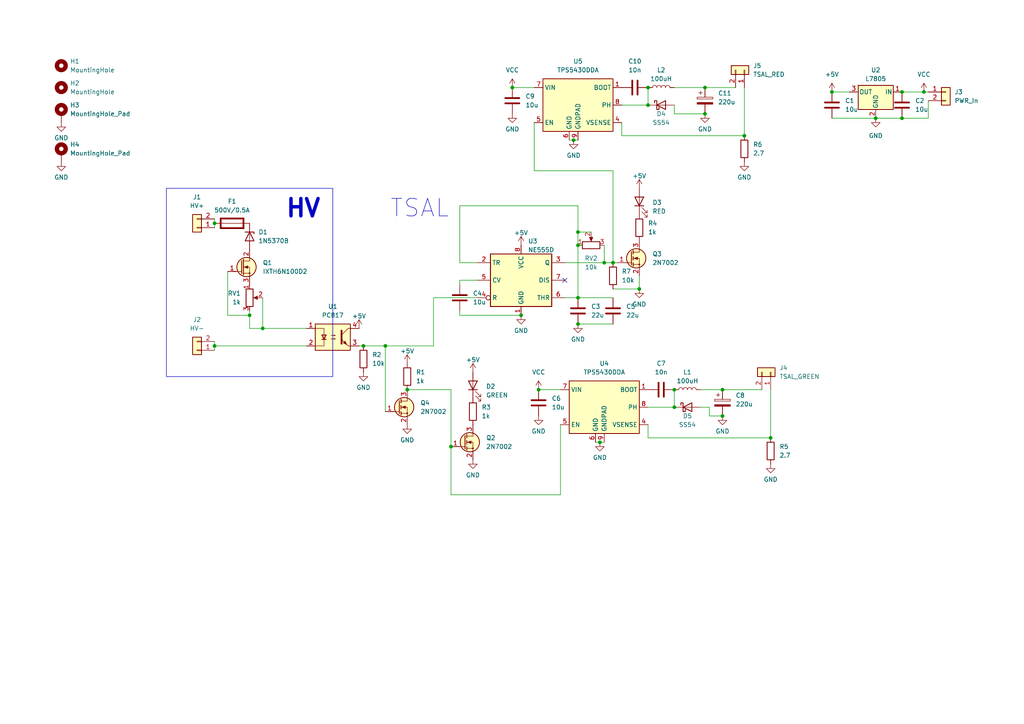
<source format=kicad_sch>
(kicad_sch (version 20231120) (generator "eeschema") (generator_version "8.0")
  (paper "A4")
  (lib_symbols
    (symbol "Connector_Generic:Conn_01x02" (pin_names (offset 1.016) hide)
      (property "Reference" "J" (at 0 2.54 0))
      (property "Value" "Conn_01x02" (at 0 -5.08 0))
      (symbol "Conn_01x02_1_1"
        (rectangle (start -1.27 -2.413) (end 0 -2.667) (stroke (width 0.1524)))
        (rectangle (start -1.27 0.127) (end 0 -0.127) (stroke (width 0.1524)))
        (rectangle (start -1.27 1.27) (end 1.27 -3.81) (stroke (width 0.254)) (fill (type background)))
        (pin passive line (at -5.08 0 0) (length 3.81) (name "Pin_1") (number "1"))
        (pin passive line (at -5.08 -2.54 0) (length 3.81) (name "Pin_2") (number "2"))
      )
    )
    (symbol "Device:C" (pin_numbers hide) (pin_names (offset 0.254))
      (property "Reference" "C" (at 0.635 2.54 0))
      (property "Value" "C" (at 0.635 -2.54 0))
      (symbol "C_0_1"
        (polyline (pts (xy -2.032 -0.762) (xy 2.032 -0.762)) (stroke (width 0.508)))
        (polyline (pts (xy -2.032 0.762) (xy 2.032 0.762)) (stroke (width 0.508)))
      )
      (symbol "C_1_1"
        (pin passive line (at 0 3.81 270) (length 2.794) (name "~") (number "1"))
        (pin passive line (at 0 -3.81 90) (length 2.794) (name "~") (number "2"))
      )
    )
    (symbol "Device:C_Polarized" (pin_numbers hide) (pin_names (offset 0.254))
      (property "Reference" "C" (at 0.635 2.54 0))
      (property "Value" "C_Polarized" (at 0.635 -2.54 0))
      (symbol "C_Polarized_0_1"
        (rectangle (start -2.286 0.508) (end 2.286 1.016))
        (polyline (pts (xy -1.778 2.286) (xy -0.762 2.286)))
        (polyline (pts (xy -1.27 2.794) (xy -1.27 1.778)))
        (rectangle (start 2.286 -0.508) (end -2.286 -1.016) (fill (type outline)))
      )
      (symbol "C_Polarized_1_1"
        (pin passive line (at 0 3.81 270) (length 2.794) (name "~") (number "1"))
        (pin passive line (at 0 -3.81 90) (length 2.794) (name "~") (number "2"))
      )
    )
    (symbol "Device:D_Schottky" (pin_numbers hide) (pin_names (offset 1.016) hide)
      (property "Reference" "D" (at 0 2.54 0))
      (property "Value" "D_Schottky" (at 0 -2.54 0))
      (symbol "D_Schottky_0_1"
        (polyline (pts (xy 1.27 0) (xy -1.27 0)))
        (polyline (pts (xy 1.27 1.27) (xy 1.27 -1.27) (xy -1.27 0) (xy 1.27 1.27)) (stroke (width 0.254)))
        (polyline (pts (xy -1.905 0.635) (xy -1.905 1.27) (xy -1.27 1.27) (xy -1.27 -1.27) (xy -0.635 -1.27) (xy -0.635 -0.635)) (stroke (width 0.254)))
      )
      (symbol "D_Schottky_1_1"
        (pin passive line (at -3.81 0 0) (length 2.54) (name "K") (number "1"))
        (pin passive line (at 3.81 0 180) (length 2.54) (name "A") (number "2"))
      )
    )
    (symbol "Device:L" (pin_numbers hide) (pin_names (offset 1.016) hide)
      (property "Reference" "L" (at -1.27 0 90))
      (property "Value" "L" (at 1.905 0 90))
      (symbol "L_0_1"
        (arc (start 0 -2.54) (mid 0.6323 -1.905) (end 0 -1.27))
        (arc (start 0 -1.27) (mid 0.6323 -0.635) (end 0 0))
        (arc (start 0 0) (mid 0.6323 0.635) (end 0 1.27))
        (arc (start 0 1.27) (mid 0.6323 1.905) (end 0 2.54))
      )
      (symbol "L_1_1"
        (pin passive line (at 0 3.81 270) (length 1.27) (name "1") (number "1"))
        (pin passive line (at 0 -3.81 90) (length 1.27) (name "2") (number "2"))
      )
    )
    (symbol "Device:LED" (pin_numbers hide) (pin_names (offset 1.016) hide)
      (property "Reference" "D" (at 0 2.54 0))
      (property "Value" "LED" (at 0 -2.54 0))
      (symbol "LED_0_1"
        (polyline (pts (xy -1.27 -1.27) (xy -1.27 1.27)) (stroke (width 0.254)))
        (polyline (pts (xy -1.27 0) (xy 1.27 0)))
        (polyline (pts (xy 1.27 -1.27) (xy 1.27 1.27) (xy -1.27 0) (xy 1.27 -1.27)) (stroke (width 0.254)))
        (polyline (pts (xy -3.048 -0.762) (xy -4.572 -2.286) (xy -3.81 -2.286) (xy -4.572 -2.286) (xy -4.572 -1.524)))
        (polyline (pts (xy -1.778 -0.762) (xy -3.302 -2.286) (xy -2.54 -2.286) (xy -3.302 -2.286) (xy -3.302 -1.524)))
      )
      (symbol "LED_1_1"
        (pin passive line (at -3.81 0 0) (length 2.54) (name "K") (number "1"))
        (pin passive line (at 3.81 0 180) (length 2.54) (name "A") (number "2"))
      )
    )
    (symbol "Device:R" (pin_numbers hide) (pin_names (offset 0))
      (property "Reference" "R" (at 2.032 0 90))
      (property "Value" "R" (at 0 0 90))
      (symbol "R_0_1"
        (rectangle (start -1.016 -2.54) (end 1.016 2.54) (stroke (width 0.254)))
      )
      (symbol "R_1_1"
        (pin passive line (at 0 3.81 270) (length 1.27) (name "~") (number "1"))
        (pin passive line (at 0 -3.81 90) (length 1.27) (name "~") (number "2"))
      )
    )
    (symbol "Device:R_Potentiometer" (pin_names (offset 1.016) hide)
      (property "Reference" "RV" (at -4.445 0 90))
      (property "Value" "R_Potentiometer" (at -2.54 0 90))
      (symbol "R_Potentiometer_0_1"
        (polyline (pts (xy 2.54 0) (xy 1.524 0)))
        (polyline (pts (xy 1.143 0) (xy 2.286 0.508) (xy 2.286 -0.508) (xy 1.143 0)) (fill (type outline)))
        (rectangle (start 1.016 2.54) (end -1.016 -2.54) (stroke (width 0.254)))
      )
      (symbol "R_Potentiometer_1_1"
        (pin passive line (at 0 3.81 270) (length 1.27) (name "1") (number "1"))
        (pin passive line (at 3.81 0 180) (length 1.27) (name "2") (number "2"))
        (pin passive line (at 0 -3.81 90) (length 1.27) (name "3") (number "3"))
      )
    )
    (symbol "Diode:1N53xxB" (pin_numbers hide) (pin_names hide)
      (property "Reference" "D" (at 0 2.54 0))
      (property "Value" "1N53xxB" (at 0 -2.54 0))
      (symbol "1N53xxB_0_1"
        (polyline (pts (xy 1.27 0) (xy -1.27 0)))
        (polyline (pts (xy -1.27 -1.27) (xy -1.27 1.27) (xy -0.762 1.27)) (stroke (width 0.254)))
        (polyline (pts (xy 1.27 -1.27) (xy 1.27 1.27) (xy -1.27 0) (xy 1.27 -1.27)) (stroke (width 0.254)))
      )
      (symbol "1N53xxB_1_1"
        (pin passive line (at -3.81 0 0) (length 2.54) (name "K") (number "1"))
        (pin passive line (at 3.81 0 180) (length 2.54) (name "A") (number "2"))
      )
    )
    (symbol "Isolator:PC817" (pin_names (offset 1.016))
      (property "Reference" "U" (at -5.08 5.08 0))
      (property "Value" "PC817" (at 0 5.08 0))
      (symbol "PC817_0_1"
        (rectangle (start -5.08 3.81) (end 5.08 -3.81) (stroke (width 0.254)) (fill (type background)))
        (polyline (pts (xy -3.175 -0.635) (xy -1.905 -0.635)) (stroke (width 0.254)))
        (polyline (pts (xy 2.54 0.635) (xy 4.445 2.54)))
        (polyline (pts (xy 4.445 -2.54) (xy 2.54 -0.635)) (fill (type outline)))
        (polyline (pts (xy 4.445 -2.54) (xy 5.08 -2.54)))
        (polyline (pts (xy 4.445 2.54) (xy 5.08 2.54)))
        (polyline (pts (xy -5.08 2.54) (xy -2.54 2.54) (xy -2.54 -0.635)))
        (polyline (pts (xy -2.54 -0.635) (xy -2.54 -2.54) (xy -5.08 -2.54)))
        (polyline (pts (xy 2.54 1.905) (xy 2.54 -1.905) (xy 2.54 -1.905)) (stroke (width 0.508)))
        (polyline (pts (xy -2.54 -0.635) (xy -3.175 0.635) (xy -1.905 0.635) (xy -2.54 -0.635)) (stroke (width 0.254)))
        (polyline (pts (xy -0.508 -0.508) (xy 0.762 -0.508) (xy 0.381 -0.635) (xy 0.381 -0.381) (xy 0.762 -0.508)))
        (polyline (pts (xy -0.508 0.508) (xy 0.762 0.508) (xy 0.381 0.381) (xy 0.381 0.635) (xy 0.762 0.508)))
        (polyline (pts (xy 3.048 -1.651) (xy 3.556 -1.143) (xy 4.064 -2.159) (xy 3.048 -1.651) (xy 3.048 -1.651)) (fill (type outline)))
      )
      (symbol "PC817_1_1"
        (pin passive line (at -7.62 2.54 0) (length 2.54) (name "~") (number "1"))
        (pin passive line (at -7.62 -2.54 0) (length 2.54) (name "~") (number "2"))
        (pin passive line (at 7.62 -2.54 180) (length 2.54) (name "~") (number "3"))
        (pin passive line (at 7.62 2.54 180) (length 2.54) (name "~") (number "4"))
      )
    )
    (symbol "Mechanical:MountingHole" (pin_names (offset 1.016))
      (property "Reference" "H" (at 0 5.08 0))
      (property "Value" "MountingHole" (at 0 3.175 0))
      (symbol "MountingHole_0_1"
        (circle (center 0 0) (radius 1.27) (stroke (width 1.27)))
      )
    )
    (symbol "Mechanical:MountingHole_Pad" (pin_numbers hide) (pin_names (offset 1.016) hide)
      (property "Reference" "H" (at 0 6.35 0))
      (property "Value" "MountingHole_Pad" (at 0 4.445 0))
      (symbol "MountingHole_Pad_0_1"
        (circle (center 0 1.27) (radius 1.27) (stroke (width 1.27)))
      )
      (symbol "MountingHole_Pad_1_1"
        (pin input line (at 0 -2.54 90) (length 2.54) (name "1") (number "1"))
      )
    )
    (symbol "PCM_Elektuur:F" (pin_numbers hide) (pin_names (offset 0) hide)
      (property "Reference" "F" (at 2.54 3.175 0))
      (property "Value" "F" (at 2.54 -3.175 0))
      (symbol "F_1_0"
        (polyline (pts (xy 0 3.429) (xy 0 -3.429)))
        (pin passive line (at 0 5.08 270) (length 1.651) (name "+") (number "1"))
        (pin passive line (at 0 -5.08 90) (length 1.651) (name "-") (number "2"))
      )
      (symbol "F_1_1"
        (polyline (pts (xy -1.524 -3.429) (xy 1.524 -3.429) (xy 1.524 3.429) (xy -1.524 3.429) (xy -1.524 -3.429) (xy -1.27 -3.175) (xy -1.27 3.175) (xy 1.27 3.175) (xy 1.27 -3.175) (xy -1.27 -3.175) (xy -1.524 -3.429)) (stroke (width 0.254)) (fill (type outline)))
      )
      (symbol "F_1_2"
        (polyline (pts (xy -1.524 -3.429) (xy 1.524 -3.429) (xy 1.524 3.429) (xy -1.524 3.429) (xy -1.524 -3.429) (xy -1.27 -3.175) (xy -1.27 2.667) (xy 1.27 2.667) (xy 1.27 -3.175) (xy -1.27 -3.175) (xy -1.524 -3.429)) (stroke (width 0.254)) (fill (type outline)))
      )
    )
    (symbol "PCM_Transistor_MOSFET_AKL:2N7002" (pin_names hide)
      (property "Reference" "Q" (at 5.08 1.27 0))
      (property "Value" "2N7002" (at 5.08 -1.27 0))
      (symbol "2N7002_0_1"
        (polyline (pts (xy 0.254 -1.27) (xy -2.54 -1.27)))
        (polyline (pts (xy 0.254 1.905) (xy 0.254 -1.905)) (stroke (width 0.254)))
        (polyline (pts (xy 0.762 -1.778) (xy 2.54 -1.778)))
        (polyline (pts (xy 0.762 -1.27) (xy 0.762 -2.286)) (stroke (width 0.254)))
        (polyline (pts (xy 0.762 0.508) (xy 0.762 -0.508)) (stroke (width 0.254)))
        (polyline (pts (xy 0.762 2.286) (xy 0.762 1.27)) (stroke (width 0.254)))
        (polyline (pts (xy 2.54 1.778) (xy 0.762 1.778)))
        (polyline (pts (xy 2.54 2.54) (xy 2.54 1.778)))
        (polyline (pts (xy 2.54 -2.54) (xy 2.54 0) (xy 0.762 0)))
        (polyline (pts (xy 1.016 0) (xy 2.032 0.381) (xy 2.032 -0.381) (xy 1.016 0)) (fill (type outline)))
        (circle (center 1.651 0) (radius 2.794) (stroke (width 0.254)) (fill (type background)))
        (circle (center 2.54 -1.778) (radius 0.1778) (fill (type outline)))
      )
      (symbol "2N7002_1_1"
        (pin input line (at -3.81 -1.27 0) (length 2.54) (name "G") (number "1"))
        (pin passive line (at 2.54 -5.08 90) (length 2.54) (name "S") (number "2"))
        (pin passive line (at 2.54 5.08 270) (length 2.54) (name "D") (number "3"))
      )
    )
    (symbol "PCM_Transistor_MOSFET_AKL:IXTH6N100D2" (pin_names hide)
      (property "Reference" "Q" (at 5.08 1.27 0))
      (property "Value" "IXTH6N100D2" (at 5.08 -1.27 0))
      (symbol "IXTH6N100D2_0_1"
        (polyline (pts (xy 0.254 -1.27) (xy -2.54 -1.27)))
        (polyline (pts (xy 0.254 1.905) (xy 0.254 -1.905)) (stroke (width 0.254)))
        (polyline (pts (xy 0.762 -2.286) (xy 0.762 2.286)) (stroke (width 0.254)))
        (polyline (pts (xy 0.762 -1.778) (xy 2.54 -1.778)))
        (polyline (pts (xy 2.54 1.778) (xy 0.762 1.778)))
        (polyline (pts (xy 2.54 2.54) (xy 2.54 1.778)))
        (polyline (pts (xy 2.54 -2.54) (xy 2.54 0) (xy 0.762 0)))
        (polyline (pts (xy 1.016 0) (xy 2.032 0.381) (xy 2.032 -0.381) (xy 1.016 0)) (fill (type outline)))
        (circle (center 1.651 0) (radius 2.794) (stroke (width 0.254)) (fill (type background)))
        (circle (center 2.54 -1.778) (radius 0.1778) (fill (type outline)))
      )
      (symbol "IXTH6N100D2_1_1"
        (pin input line (at -3.81 -1.27 0) (length 2.54) (name "G") (number "1"))
        (pin passive line (at 2.54 5.08 270) (length 2.54) (name "D") (number "2"))
        (pin passive line (at 2.54 -5.08 90) (length 2.54) (name "S") (number "3"))
      )
    )
    (symbol "Regulator_Linear:L7805" (pin_names (offset 0.254))
      (property "Reference" "U" (at -3.81 3.175 0))
      (property "Value" "L7805" (at 0 3.175 0))
      (symbol "L7805_0_1"
        (rectangle (start -5.08 1.905) (end 5.08 -5.08) (stroke (width 0.254)) (fill (type background)))
      )
      (symbol "L7805_1_1"
        (pin power_in line (at -7.62 0 0) (length 2.54) (name "IN") (number "1"))
        (pin power_in line (at 0 -7.62 90) (length 2.54) (name "GND") (number "2"))
        (pin power_out line (at 7.62 0 180) (length 2.54) (name "OUT") (number "3"))
      )
    )
    (symbol "Regulator_Switching:TPS5430DDA"
      (property "Reference" "U" (at -10.16 8.89 0))
      (property "Value" "TPS5430DDA" (at -1.27 8.89 0))
      (symbol "TPS5430DDA_0_1"
        (rectangle (start -10.16 7.62) (end 10.16 -7.62) (stroke (width 0.254)) (fill (type background)))
      )
      (symbol "TPS5430DDA_1_1"
        (pin input line (at 12.7 5.08 180) (length 2.54) (name "BOOT") (number "1"))
        (pin no_connect line (at -10.16 2.54 0) (length 2.54) hide (name "NC") (number "2"))
        (pin no_connect line (at -10.16 -2.54 0) (length 2.54) hide (name "NC") (number "3"))
        (pin input line (at 12.7 -5.08 180) (length 2.54) (name "VSENSE") (number "4"))
        (pin input line (at -12.7 -5.08 0) (length 2.54) (name "EN") (number "5"))
        (pin power_in line (at -2.54 -10.16 90) (length 2.54) (name "GND") (number "6"))
        (pin power_in line (at -12.7 5.08 0) (length 2.54) (name "VIN") (number "7"))
        (pin output line (at 12.7 0 180) (length 2.54) (name "PH") (number "8"))
        (pin power_in line (at 0 -10.16 90) (length 2.54) (name "GNDPAD") (number "9"))
      )
    )
    (symbol "Timer:NE555D"
      (property "Reference" "U" (at -10.16 8.89 0))
      (property "Value" "NE555D" (at 2.54 8.89 0))
      (symbol "NE555D_0_0"
        (pin power_in line (at 0 -10.16 90) (length 2.54) (name "GND") (number "1"))
        (pin power_in line (at 0 10.16 270) (length 2.54) (name "VCC") (number "8"))
      )
      (symbol "NE555D_0_1"
        (rectangle (start -8.89 -7.62) (end 8.89 7.62) (stroke (width 0.254)) (fill (type background)))
        (rectangle (start -8.89 -7.62) (end 8.89 7.62) (stroke (width 0.254)) (fill (type background)))
      )
      (symbol "NE555D_1_1"
        (pin input line (at -12.7 5.08 0) (length 3.81) (name "TR") (number "2"))
        (pin output line (at 12.7 5.08 180) (length 3.81) (name "Q") (number "3"))
        (pin input inverted (at -12.7 -5.08 0) (length 3.81) (name "R") (number "4"))
        (pin input line (at -12.7 0 0) (length 3.81) (name "CV") (number "5"))
        (pin input line (at 12.7 -5.08 180) (length 3.81) (name "THR") (number "6"))
        (pin input line (at 12.7 0 180) (length 3.81) (name "DIS") (number "7"))
      )
    )
    (symbol "power:+5V" (power) (pin_names (offset 0))
      (property "Value" "+5V" (at 0 3.556 0))
      (symbol "+5V_0_1"
        (polyline (pts (xy -0.762 1.27) (xy 0 2.54)))
        (polyline (pts (xy 0 0) (xy 0 2.54)))
        (polyline (pts (xy 0 2.54) (xy 0.762 1.27)))
      )
      (symbol "+5V_1_1"
        (pin power_in line (at 0 0 90) (length 0) hide (name "+5V") (number "1"))
      )
    )
    (symbol "power:GND" (power) (pin_names (offset 0))
      (property "Value" "GND" (at 0 -3.81 0))
      (symbol "GND_0_1"
        (polyline (pts (xy 0 0) (xy 0 -1.27) (xy 1.27 -1.27) (xy 0 -2.54) (xy -1.27 -1.27) (xy 0 -1.27)))
      )
      (symbol "GND_1_1"
        (pin power_in line (at 0 0 270) (length 0) hide (name "GND") (number "1"))
      )
    )
    (symbol "power:VCC" (power) (pin_names (offset 0))
      (property "Value" "VCC" (at 0 3.81 0))
      (symbol "VCC_0_1"
        (polyline (pts (xy -0.762 1.27) (xy 0 2.54)))
        (polyline (pts (xy 0 0) (xy 0 2.54)))
        (polyline (pts (xy 0 2.54) (xy 0.762 1.27)))
      )
      (symbol "VCC_1_1"
        (pin power_in line (at 0 0 90) (length 0) hide (name "VCC") (number "1"))
      )
    )
  )
  (junction (at 215.9 39.37))
  (junction (at 148.59 25.4))
  (junction (at 241.3 26.67))
  (junction (at 167.64 86.36))
  (junction (at 209.55 120.65))
  (junction (at 167.64 67.31))
  (junction (at 204.47 33.02))
  (junction (at 166.37 40.64))
  (junction (at 62.23 64.77))
  (junction (at 204.47 25.4))
  (junction (at 130.81 129.54))
  (junction (at 209.55 113.03))
  (junction (at 105.41 100.33))
  (junction (at 76.2 95.25))
  (junction (at 177.8 76.2))
  (junction (at 261.62 34.29))
  (junction (at 195.58 113.03))
  (junction (at 167.64 71.12))
  (junction (at 151.13 91.44))
  (junction (at 156.21 113.03))
  (junction (at 261.62 26.67))
  (junction (at 118.11 113.03))
  (junction (at 267.97 26.67))
  (junction (at 173.99 128.27))
  (junction (at 62.23 100.33))
  (junction (at 175.26 76.2))
  (junction (at 223.52 127))
  (junction (at 185.42 83.82))
  (junction (at 111.76 100.33))
  (junction (at 254 34.29))
  (junction (at 72.39 91.44))
  (junction (at 167.64 93.98))
  (junction (at 187.96 30.48))
  (junction (at 195.58 118.11))
  (junction (at 187.96 25.4))
  (no_connect (at 163.83 81.28))
  (wire (pts (xy 72.39 90.17) (xy 72.39 91.44)))
  (wire (pts (xy 105.41 100.33) (xy 111.76 100.33)))
  (wire (pts (xy 167.64 59.69) (xy 167.64 67.31)))
  (wire (pts (xy 261.62 26.67) (xy 267.97 26.67)))
  (wire (pts (xy 130.81 129.54) (xy 130.81 143.51)))
  (wire (pts (xy 203.2 113.03) (xy 209.55 113.03)))
  (wire (pts (xy 187.96 127) (xy 187.96 123.19)))
  (wire (pts (xy 241.3 34.29) (xy 254 34.29)))
  (wire (pts (xy 154.94 49.53) (xy 154.94 35.56)))
  (wire (pts (xy 62.23 100.33) (xy 88.9 100.33)))
  (wire (pts (xy 156.21 113.03) (xy 162.56 113.03)))
  (wire (pts (xy 76.2 95.25) (xy 88.9 95.25)))
  (wire (pts (xy 173.99 128.27) (xy 175.26 128.27)))
  (wire (pts (xy 133.35 91.44) (xy 151.13 91.44)))
  (wire (pts (xy 267.97 26.67) (xy 269.24 26.67)))
  (wire (pts (xy 187.96 118.11) (xy 195.58 118.11)))
  (wire (pts (xy 177.8 76.2) (xy 177.8 49.53)))
  (wire (pts (xy 66.04 78.74) (xy 66.04 91.44)))
  (wire (pts (xy 125.73 86.36) (xy 138.43 86.36)))
  (wire (pts (xy 125.73 100.33) (xy 125.73 86.36)))
  (wire (pts (xy 205.74 118.11) (xy 205.74 120.65)))
  (wire (pts (xy 223.52 113.03) (xy 223.52 127)))
  (wire (pts (xy 175.26 71.12) (xy 175.26 76.2)))
  (wire (pts (xy 62.23 64.77) (xy 62.23 66.04)))
  (wire (pts (xy 180.34 30.48) (xy 187.96 30.48)))
  (wire (pts (xy 166.37 40.64) (xy 167.64 40.64)))
  (wire (pts (xy 133.35 90.17) (xy 133.35 91.44)))
  (wire (pts (xy 204.47 25.4) (xy 213.36 25.4)))
  (wire (pts (xy 175.26 76.2) (xy 163.83 76.2)))
  (wire (pts (xy 133.35 76.2) (xy 133.35 59.69)))
  (wire (pts (xy 66.04 91.44) (xy 72.39 91.44)))
  (wire (pts (xy 167.64 67.31) (xy 167.64 71.12)))
  (wire (pts (xy 172.72 128.27) (xy 173.99 128.27)))
  (wire (pts (xy 195.58 25.4) (xy 204.47 25.4)))
  (wire (pts (xy 177.8 49.53) (xy 154.94 49.53)))
  (wire (pts (xy 62.23 99.06) (xy 62.23 100.33)))
  (wire (pts (xy 130.81 113.03) (xy 130.81 129.54)))
  (wire (pts (xy 177.8 83.82) (xy 185.42 83.82)))
  (wire (pts (xy 209.55 113.03) (xy 220.98 113.03)))
  (wire (pts (xy 111.76 100.33) (xy 125.73 100.33)))
  (wire (pts (xy 167.64 67.31) (xy 171.45 67.31)))
  (wire (pts (xy 133.35 59.69) (xy 167.64 59.69)))
  (wire (pts (xy 138.43 76.2) (xy 133.35 76.2)))
  (wire (pts (xy 185.42 83.82) (xy 185.42 80.01)))
  (wire (pts (xy 76.2 86.36) (xy 76.2 95.25)))
  (wire (pts (xy 180.34 39.37) (xy 215.9 39.37)))
  (wire (pts (xy 167.64 86.36) (xy 177.8 86.36)))
  (wire (pts (xy 203.2 118.11) (xy 205.74 118.11)))
  (wire (pts (xy 148.59 25.4) (xy 154.94 25.4)))
  (wire (pts (xy 133.35 81.28) (xy 133.35 82.55)))
  (wire (pts (xy 195.58 33.02) (xy 204.47 33.02)))
  (wire (pts (xy 269.24 29.21) (xy 269.24 34.29)))
  (wire (pts (xy 195.58 118.11) (xy 195.58 113.03)))
  (wire (pts (xy 269.24 34.29) (xy 261.62 34.29)))
  (wire (pts (xy 72.39 95.25) (xy 76.2 95.25)))
  (wire (pts (xy 261.62 34.29) (xy 254 34.29)))
  (wire (pts (xy 167.64 93.98) (xy 177.8 93.98)))
  (wire (pts (xy 177.8 76.2) (xy 179.07 76.2)))
  (wire (pts (xy 62.23 100.33) (xy 62.23 101.6)))
  (wire (pts (xy 195.58 30.48) (xy 195.58 33.02)))
  (wire (pts (xy 138.43 81.28) (xy 133.35 81.28)))
  (wire (pts (xy 241.3 26.67) (xy 246.38 26.67)))
  (wire (pts (xy 163.83 86.36) (xy 167.64 86.36)))
  (wire (pts (xy 162.56 143.51) (xy 162.56 123.19)))
  (wire (pts (xy 180.34 39.37) (xy 180.34 35.56)))
  (wire (pts (xy 167.64 71.12) (xy 167.64 86.36)))
  (wire (pts (xy 175.26 76.2) (xy 177.8 76.2)))
  (wire (pts (xy 72.39 95.25) (xy 72.39 91.44)))
  (wire (pts (xy 62.23 63.5) (xy 62.23 64.77)))
  (wire (pts (xy 104.14 100.33) (xy 105.41 100.33)))
  (wire (pts (xy 118.11 113.03) (xy 130.81 113.03)))
  (wire (pts (xy 205.74 120.65) (xy 209.55 120.65)))
  (wire (pts (xy 130.81 143.51) (xy 162.56 143.51)))
  (wire (pts (xy 187.96 127) (xy 223.52 127)))
  (wire (pts (xy 187.96 30.48) (xy 187.96 25.4)))
  (wire (pts (xy 215.9 25.4) (xy 215.9 39.37)))
  (wire (pts (xy 111.76 100.33) (xy 111.76 119.38)))
  (wire (pts (xy 165.1 40.64) (xy 166.37 40.64)))
  (rectangle (start 48.26 54.61) (end 96.52 109.22))
  (text "TSAL" (at 113.03 63.5 0) (effects (font (size 5.08 5.08)) (justify left bottom)))
  (text "HV" (at 82.55 63.5 0) (effects (font (size 5 5) (thickness 1) (bold yes)) (justify left bottom)))
  (symbol (lib_id "power:GND") (at 105.41 107.95 0) (unit 1)
    (property "Reference" "#PWR06" (effects (hide yes)))
    (property "Value" "GND" (at 105.41 112.3934 0))
  )
  (symbol (lib_id "Connector_Generic:Conn_01x02") (at 57.15 66.04 180) (unit 1)
    (property "Reference" "J1" (at 57.15 57.15 0))
    (property "Value" "HV+" (at 57.15 59.69 0))
    (property "Footprint" "SamacSys_Parts:DF33C2P33DSA24" (effects (hide yes)))
  )
  (symbol (lib_id "Connector_Generic:Conn_01x02") (at 215.9 20.32 270) (mirror x) (unit 1)
    (property "Reference" "J5" (at 218.44 19.05 90) (effects (justify left)))
    (property "Value" "TSAL_RED" (at 218.44 21.59 90) (effects (justify left)))
    (property "Footprint" "Connector_JST:JST_XH_B2B-XH-A_1x02_P2.50mm_Vertical" (effects (hide yes)))
  )
  (symbol (lib_id "power:VCC") (at 148.59 25.4 0) (unit 1)
    (property "Reference" "#PWR020" (effects (hide yes)))
    (property "Value" "VCC" (at 148.59 20.32 0))
  )
  (symbol (lib_id "Mechanical:MountingHole_Pad") (at 17.78 44.45 0) (unit 1)
    (property "Reference" "H4" (at 20.32 41.91 0) (effects (justify left)))
    (property "Value" "MountingHole_Pad" (at 20.32 44.45 0) (effects (justify left)))
    (property "Footprint" "MountingHole:MountingHole_4.3mm_M4_DIN965_Pad_TopBottom" (effects (hide yes)))
  )
  (symbol (lib_id "Device:R") (at 223.52 130.81 180) (unit 1)
    (property "Reference" "R5" (at 226.06 129.5399 0) (effects (justify right)))
    (property "Value" "2.7" (at 226.06 132.0799 0) (effects (justify right)))
    (property "Footprint" "Resistor_SMD:R_2512_6332Metric" (effects (hide yes)))
  )
  (symbol (lib_id "power:GND") (at 148.59 33.02 0) (unit 1)
    (property "Reference" "#PWR021" (effects (hide yes)))
    (property "Value" "GND" (at 148.59 37.4634 0))
  )
  (symbol (lib_id "PCM_Transistor_MOSFET_AKL:2N7002") (at 134.62 128.27 0) (unit 1)
    (property "Reference" "Q2" (at 140.97 127 0) (effects (justify left)))
    (property "Value" "2N7002" (at 140.97 129.54 0) (effects (justify left)))
    (property "Footprint" "Package_TO_SOT_SMD:SOT-23" (effects (hide yes)))
    (property "Datasheet" "https://www.tme.eu/Document/7df5cae36abdfcedddb681f5be886f05/2N7000.pdf" (effects (hide yes)))
  )
  (symbol (lib_id "Device:C_Polarized") (at 204.47 29.21 0) (unit 1)
    (property "Reference" "C11" (at 208.28 27.051 0) (effects (justify left)))
    (property "Value" "220u" (at 208.28 29.591 0) (effects (justify left)))
    (property "Footprint" "Capacitor_SMD:CP_Elec_8x10.5" (effects (hide yes)))
  )
  (symbol (lib_id "Diode:1N53xxB") (at 72.39 68.58 270) (unit 1)
    (property "Reference" "D1" (at 74.93 67.31 90) (effects (justify left)))
    (property "Value" "1N5370B" (at 74.93 69.85 90) (effects (justify left)))
    (property "Footprint" "PCM_Diode_THT_AKL_Double:D_P600_R-6_P15.24mm_Horizontal_Zener" (effects (hide yes)))
    (property "Datasheet" "https://diotec.com/tl_files/diotec/files/pdf/datasheets/1n5345b.pdf" (effects (hide yes)))
  )
  (symbol (lib_id "power:GND") (at 185.42 83.82 0) (unit 1)
    (property "Reference" "#PWR011" (effects (hide yes)))
    (property "Value" "GND" (at 185.42 88.2634 0))
  )
  (symbol (lib_id "Timer:NE555D") (at 151.13 81.28 0) (unit 1)
    (property "Reference" "U3" (at 153.1494 69.9602 0) (effects (justify left)))
    (property "Value" "NE555D" (at 153.1494 72.4971 0) (effects (justify left)))
    (property "Footprint" "Package_SO:SOIC-8_3.9x4.9mm_P1.27mm" (effects (hide yes)))
    (property "Datasheet" "http://www.ti.com/lit/ds/symlink/ne555.pdf" (effects (hide yes)))
  )
  (symbol (lib_id "power:+5V") (at 241.3 26.67 0) (unit 1)
    (property "Reference" "#PWR01" (effects (hide yes)))
    (property "Value" "+5V" (at 241.3 21.59 0))
  )
  (symbol (lib_id "Regulator_Switching:TPS5430DDA") (at 175.26 118.11 0) (unit 1)
    (property "Reference" "U4" (at 175.26 105.41 0))
    (property "Value" "TPS5430DDA" (at 175.26 107.95 0))
    (property "Footprint" "Package_SO:TI_SO-PowerPAD-8_ThermalVias" (effects (hide yes)))
    (property "Datasheet" "http://www.ti.com/lit/ds/symlink/tps5430.pdf" (effects (hide yes)))
  )
  (symbol (lib_id "Device:C_Polarized") (at 209.55 116.84 0) (unit 1)
    (property "Reference" "C8" (at 213.36 114.681 0) (effects (justify left)))
    (property "Value" "220u" (at 213.36 117.221 0) (effects (justify left)))
    (property "Footprint" "Capacitor_SMD:CP_Elec_8x10.5" (effects (hide yes)))
  )
  (symbol (lib_id "power:GND") (at 17.78 46.99 0) (unit 1)
    (property "Reference" "#PWR026" (effects (hide yes)))
    (property "Value" "GND" (at 17.78 51.4334 0))
  )
  (symbol (lib_id "Device:L") (at 191.77 25.4 90) (unit 1)
    (property "Reference" "L2" (at 191.77 20.32 90))
    (property "Value" "100uH" (at 191.77 22.86 90))
    (property "Footprint" "Inductor_SMD:L_Sunlord_MWSA1206S-101" (effects (hide yes)))
  )
  (symbol (lib_id "Device:R") (at 185.42 66.04 180) (unit 1)
    (property "Reference" "R4" (at 187.96 64.77 0) (effects (justify right)))
    (property "Value" "1k" (at 187.96 67.31 0) (effects (justify right)))
    (property "Footprint" "Resistor_SMD:R_0805_2012Metric_Pad1.20x1.40mm_HandSolder" (effects (hide yes)))
  )
  (symbol (lib_id "Device:D_Schottky") (at 199.39 118.11 0) (unit 1)
    (property "Reference" "D5" (at 199.39 120.65 0))
    (property "Value" "SS54" (at 199.39 123.19 0))
    (property "Footprint" "Diode_SMD:D_SMA" (effects (hide yes)))
  )
  (symbol (lib_id "power:VCC") (at 267.97 26.67 0) (unit 1)
    (property "Reference" "#PWR012" (effects (hide yes)))
    (property "Value" "VCC" (at 267.97 21.59 0))
  )
  (symbol (lib_id "power:GND") (at 166.37 40.64 0) (unit 1)
    (property "Reference" "#PWR022" (effects (hide yes)))
    (property "Value" "GND" (at 166.37 45.0834 0))
  )
  (symbol (lib_id "power:+5V") (at 137.16 107.95 0) (unit 1)
    (property "Reference" "#PWR08" (effects (hide yes)))
    (property "Value" "+5V" (at 137.16 104.3742 0))
  )
  (symbol (lib_id "Device:R") (at 177.8 80.01 180) (unit 1)
    (property "Reference" "R7" (at 180.34 78.74 0) (effects (justify right)))
    (property "Value" "10k" (at 180.34 81.28 0) (effects (justify right)))
    (property "Footprint" "Resistor_SMD:R_0805_2012Metric_Pad1.20x1.40mm_HandSolder" (effects (hide yes)))
  )
  (symbol (lib_id "Device:C") (at 167.64 90.17 0) (unit 1)
    (property "Reference" "C3" (at 171.45 88.9 0) (effects (justify left)))
    (property "Value" "22u" (at 171.45 91.44 0) (effects (justify left)))
    (property "Footprint" "Capacitor_SMD:C_0805_2012Metric_Pad1.18x1.45mm_HandSolder" (effects (hide yes)))
  )
  (symbol (lib_id "Connector_Generic:Conn_01x02") (at 57.15 101.6 180) (unit 1)
    (property "Reference" "J2" (at 57.15 92.71 0))
    (property "Value" "HV-" (at 57.15 95.25 0))
    (property "Footprint" "SamacSys_Parts:DF33C2P33DSA24" (effects (hide yes)))
  )
  (symbol (lib_id "Device:LED") (at 185.42 58.42 90) (unit 1)
    (property "Reference" "D3" (at 189.23 58.7375 90) (effects (justify right)))
    (property "Value" "RED" (at 189.23 61.2775 90) (effects (justify right)))
    (property "Footprint" "LED_SMD:LED_0805_2012Metric" (effects (hide yes)))
  )
  (symbol (lib_id "Device:D_Schottky") (at 191.77 30.48 0) (unit 1)
    (property "Reference" "D4" (at 191.77 33.02 0))
    (property "Value" "SS54" (at 191.77 35.56 0))
    (property "Footprint" "Diode_SMD:D_SMA" (effects (hide yes)))
  )
  (symbol (lib_id "power:GND") (at 151.13 91.44 0) (unit 1)
    (property "Reference" "#PWR04" (effects (hide yes)))
    (property "Value" "GND" (at 151.13 95.8834 0))
  )
  (symbol (lib_id "Device:C") (at 241.3 30.48 0) (unit 1)
    (property "Reference" "C1" (at 245.11 29.21 0) (effects (justify left)))
    (property "Value" "10u" (at 245.11 31.75 0) (effects (justify left)))
    (property "Footprint" "Capacitor_SMD:C_0805_2012Metric_Pad1.18x1.45mm_HandSolder" (effects (hide yes)))
  )
  (symbol (lib_id "Connector_Generic:Conn_01x02") (at 223.52 107.95 270) (mirror x) (unit 1)
    (property "Reference" "J4" (at 226.06 106.68 90) (effects (justify left)))
    (property "Value" "TSAL_GREEN" (at 226.06 109.22 90) (effects (justify left)))
    (property "Footprint" "Connector_JST:JST_XH_B2B-XH-A_1x02_P2.50mm_Vertical" (effects (hide yes)))
  )
  (symbol (lib_id "PCM_Transistor_MOSFET_AKL:IXTH6N100D2") (at 69.85 77.47 0) (unit 1)
    (property "Reference" "Q1" (at 76.2 76.2 0) (effects (justify left)))
    (property "Value" "IXTH6N100D2" (at 76.2 78.74 0) (effects (justify left)))
    (property "Footprint" "Package_TO_SOT_THT:TO-247-3_Vertical" (effects (hide yes)))
    (property "Datasheet" "https://www.tme.eu/Document/f8261b21cd0d48dda080c02a8593371c/IXTA%28H,P%296N100D2.pdf" (effects (hide yes)))
  )
  (symbol (lib_id "power:+5V") (at 118.11 105.41 0) (unit 1)
    (property "Reference" "#PWR014" (effects (hide yes)))
    (property "Value" "+5V" (at 118.11 101.8342 0))
  )
  (symbol (lib_id "Device:C") (at 156.21 116.84 0) (unit 1)
    (property "Reference" "C6" (at 160.02 115.57 0) (effects (justify left)))
    (property "Value" "10u" (at 160.02 118.11 0) (effects (justify left)))
    (property "Footprint" "Capacitor_SMD:C_0805_2012Metric_Pad1.18x1.45mm_HandSolder" (effects (hide yes)))
  )
  (symbol (lib_id "Regulator_Switching:TPS5430DDA") (at 167.64 30.48 0) (unit 1)
    (property "Reference" "U5" (at 167.64 17.78 0))
    (property "Value" "TPS5430DDA" (at 167.64 20.32 0))
    (property "Footprint" "Package_SO:TI_SO-PowerPAD-8_ThermalVias" (effects (hide yes)))
    (property "Datasheet" "http://www.ti.com/lit/ds/symlink/tps5430.pdf" (effects (hide yes)))
  )
  (symbol (lib_id "power:GND") (at 215.9 46.99 0) (unit 1)
    (property "Reference" "#PWR024" (effects (hide yes)))
    (property "Value" "GND" (at 215.9 51.4334 0))
  )
  (symbol (lib_id "Device:R") (at 215.9 43.18 180) (unit 1)
    (property "Reference" "R6" (at 218.44 41.9099 0) (effects (justify right)))
    (property "Value" "2.7" (at 218.44 44.4499 0) (effects (justify right)))
    (property "Footprint" "Resistor_SMD:R_2512_6332Metric" (effects (hide yes)))
  )
  (symbol (lib_id "Connector_Generic:Conn_01x02") (at 274.32 26.67 0) (unit 1)
    (property "Reference" "J3" (at 276.86 26.67 0) (effects (justify left)))
    (property "Value" "PWR_In" (at 276.86 29.21 0) (effects (justify left)))
    (property "Footprint" "Connector_JST:JST_XH_B2B-XH-A_1x02_P2.50mm_Vertical" (effects (hide yes)))
  )
  (symbol (lib_id "Device:C") (at 184.15 25.4 90) (unit 1)
    (property "Reference" "C10" (at 184.15 17.78 90))
    (property "Value" "10n" (at 184.15 20.32 90))
    (property "Footprint" "Capacitor_SMD:C_0805_2012Metric_Pad1.18x1.45mm_HandSolder" (effects (hide yes)))
  )
  (symbol (lib_id "Mechanical:MountingHole_Pad") (at 17.78 33.02 0) (unit 1)
    (property "Reference" "H3" (at 20.32 30.48 0) (effects (justify left)))
    (property "Value" "MountingHole_Pad" (at 20.32 33.02 0) (effects (justify left)))
    (property "Footprint" "MountingHole:MountingHole_4.3mm_M4_DIN965_Pad_TopBottom" (effects (hide yes)))
  )
  (symbol (lib_id "Mechanical:MountingHole") (at 17.78 19.05 0) (unit 1)
    (property "Reference" "H1" (at 20.32 17.78 0) (effects (justify left)))
    (property "Value" "MountingHole" (at 20.32 20.32 0) (effects (justify left)))
    (property "Footprint" "MountingHole:MountingHole_4.3mm_M4_DIN965" (effects (hide yes)))
  )
  (symbol (lib_id "power:GND") (at 17.78 35.56 0) (unit 1)
    (property "Reference" "#PWR025" (effects (hide yes)))
    (property "Value" "GND" (at 17.78 40.0034 0))
  )
  (symbol (lib_id "power:GND") (at 137.16 133.35 0) (unit 1)
    (property "Reference" "#PWR09" (effects (hide yes)))
    (property "Value" "GND" (at 137.16 137.7934 0))
  )
  (symbol (lib_id "Device:C") (at 191.77 113.03 90) (unit 1)
    (property "Reference" "C7" (at 191.77 105.41 90))
    (property "Value" "10n" (at 191.77 107.95 90))
    (property "Footprint" "Capacitor_SMD:C_0805_2012Metric_Pad1.18x1.45mm_HandSolder" (effects (hide yes)))
  )
  (symbol (lib_id "Device:C") (at 133.35 86.36 0) (unit 1)
    (property "Reference" "C4" (at 137.16 85.09 0) (effects (justify left)))
    (property "Value" "10u" (at 137.16 87.63 0) (effects (justify left)))
    (property "Footprint" "Capacitor_SMD:C_0805_2012Metric_Pad1.18x1.45mm_HandSolder" (effects (hide yes)))
  )
  (symbol (lib_id "Device:C") (at 261.62 30.48 0) (unit 1)
    (property "Reference" "C2" (at 265.43 29.21 0) (effects (justify left)))
    (property "Value" "10u" (at 265.43 31.75 0) (effects (justify left)))
    (property "Footprint" "Capacitor_SMD:C_0805_2012Metric_Pad1.18x1.45mm_HandSolder" (effects (hide yes)))
  )
  (symbol (lib_id "Device:R") (at 137.16 119.38 180) (unit 1)
    (property "Reference" "R3" (at 139.7 118.11 0) (effects (justify right)))
    (property "Value" "1k" (at 139.7 120.65 0) (effects (justify right)))
    (property "Footprint" "Resistor_SMD:R_0805_2012Metric_Pad1.20x1.40mm_HandSolder" (effects (hide yes)))
  )
  (symbol (lib_id "power:+5V") (at 185.42 54.61 0) (unit 1)
    (property "Reference" "#PWR010" (effects (hide yes)))
    (property "Value" "+5V" (at 185.42 51.0342 0))
  )
  (symbol (lib_id "Device:C") (at 148.59 29.21 0) (unit 1)
    (property "Reference" "C9" (at 152.4 27.94 0) (effects (justify left)))
    (property "Value" "10u" (at 152.4 30.48 0) (effects (justify left)))
    (property "Footprint" "Capacitor_SMD:C_0805_2012Metric_Pad1.18x1.45mm_HandSolder" (effects (hide yes)))
  )
  (symbol (lib_id "PCM_Elektuur:F") (at 67.31 64.77 90) (unit 1)
    (property "Reference" "F1" (at 67.31 58.42 90))
    (property "Value" "500V/0.5A" (at 67.31 60.96 90))
    (property "Footprint" "SamacSys_Parts:65600001009" (effects (hide yes)))
    (property "Sim.Pins" "1=1 2=2" (effects (hide yes)))
    (property "Sim.Device" "SPICE" (effects (hide yes)))
    (property "Sim.Params" "X" (effects (hide yes)))
    (property "Indicator" "●" (effects (hide yes)))
    (property "Rating" "W" (effects (hide yes)))
  )
  (symbol (lib_id "power:VCC") (at 156.21 113.03 0) (unit 1)
    (property "Reference" "#PWR016" (effects (hide yes)))
    (property "Value" "VCC" (at 156.21 107.95 0))
  )
  (symbol (lib_id "power:GND") (at 254 34.29 0) (unit 1)
    (property "Reference" "#PWR02" (effects (hide yes)))
    (property "Value" "GND" (at 254 39.37 0))
  )
  (symbol (lib_id "power:GND") (at 167.64 93.98 0) (unit 1)
    (property "Reference" "#PWR05" (effects (hide yes)))
    (property "Value" "GND" (at 167.64 98.4234 0))
  )
  (symbol (lib_id "Device:R_Potentiometer") (at 72.39 86.36 0) (unit 1)
    (property "Reference" "RV1" (at 69.85 85.09 0) (effects (justify right)))
    (property "Value" "1k" (at 69.85 87.63 0) (effects (justify right)))
    (property "Footprint" "Potentiometer_THT:Potentiometer_Bourns_3386C_Horizontal" (effects (hide yes)))
  )
  (symbol (lib_id "power:+5V") (at 151.13 71.12 0) (unit 1)
    (property "Reference" "#PWR03" (effects (hide yes)))
    (property "Value" "+5V" (at 151.13 67.5442 0))
  )
  (symbol (lib_id "Device:R") (at 105.41 104.14 180) (unit 1)
    (property "Reference" "R2" (at 107.95 102.8699 0) (effects (justify right)))
    (property "Value" "10k" (at 107.95 105.4099 0) (effects (justify right)))
    (property "Footprint" "Resistor_SMD:R_0805_2012Metric_Pad1.20x1.40mm_HandSolder" (effects (hide yes)))
  )
  (symbol (lib_id "Device:R_Potentiometer") (at 171.45 71.12 90) (unit 1)
    (property "Reference" "RV2" (at 171.45 74.93 90))
    (property "Value" "10k" (at 171.45 77.47 90))
    (property "Footprint" "Potentiometer_THT:Potentiometer_Bourns_3386C_Horizontal" (effects (hide yes)))
  )
  (symbol (lib_id "Device:C") (at 177.8 90.17 0) (unit 1)
    (property "Reference" "C5" (at 181.61 88.9 0) (effects (justify left)))
    (property "Value" "22u" (at 181.61 91.44 0) (effects (justify left)))
    (property "Footprint" "Capacitor_SMD:C_0805_2012Metric_Pad1.18x1.45mm_HandSolder" (effects (hide yes)))
  )
  (symbol (lib_id "Mechanical:MountingHole") (at 17.78 25.4 0) (unit 1)
    (property "Reference" "H2" (at 20.32 24.13 0) (effects (justify left)))
    (property "Value" "MountingHole" (at 20.32 26.67 0) (effects (justify left)))
    (property "Footprint" "MountingHole:MountingHole_4.3mm_M4_DIN965" (effects (hide yes)))
  )
  (symbol (lib_id "power:GND") (at 204.47 33.02 0) (unit 1)
    (property "Reference" "#PWR023" (effects (hide yes)))
    (property "Value" "GND" (at 204.47 37.4634 0))
  )
  (symbol (lib_id "power:GND") (at 173.99 128.27 0) (unit 1)
    (property "Reference" "#PWR015" (effects (hide yes)))
    (property "Value" "GND" (at 173.99 132.7134 0))
  )
  (symbol (lib_id "Device:LED") (at 137.16 111.76 90) (unit 1)
    (property "Reference" "D2" (at 140.97 112.0775 90) (effects (justify right)))
    (property "Value" "GREEN" (at 140.97 114.6175 90) (effects (justify right)))
    (property "Footprint" "LED_SMD:LED_0805_2012Metric" (effects (hide yes)))
  )
  (symbol (lib_id "Device:R") (at 118.11 109.22 180) (unit 1)
    (property "Reference" "R1" (at 120.65 107.95 0) (effects (justify right)))
    (property "Value" "1k" (at 120.65 110.49 0) (effects (justify right)))
    (property "Footprint" "Resistor_SMD:R_0805_2012Metric_Pad1.20x1.40mm_HandSolder" (effects (hide yes)))
  )
  (symbol (lib_id "Device:L") (at 199.39 113.03 90) (unit 1)
    (property "Reference" "L1" (at 199.39 107.95 90))
    (property "Value" "100uH" (at 199.39 110.49 90))
    (property "Footprint" "Inductor_SMD:L_Sunlord_MWSA1206S-101" (effects (hide yes)))
  )
  (symbol (lib_id "power:GND") (at 156.21 120.65 0) (unit 1)
    (property "Reference" "#PWR017" (effects (hide yes)))
    (property "Value" "GND" (at 156.21 125.0934 0))
  )
  (symbol (lib_id "PCM_Transistor_MOSFET_AKL:2N7002") (at 182.88 74.93 0) (unit 1)
    (property "Reference" "Q3" (at 189.23 73.66 0) (effects (justify left)))
    (property "Value" "2N7002" (at 189.23 76.2 0) (effects (justify left)))
    (property "Footprint" "Package_TO_SOT_SMD:SOT-23" (effects (hide yes)))
    (property "Datasheet" "https://www.tme.eu/Document/7df5cae36abdfcedddb681f5be886f05/2N7000.pdf" (effects (hide yes)))
  )
  (symbol (lib_id "Regulator_Linear:L7805") (at 254 26.67 0) (mirror y) (unit 1)
    (property "Reference" "U2" (at 254 20.32 0))
    (property "Value" "L7805" (at 254 22.86 0))
    (property "Footprint" "Package_TO_SOT_SMD:TO-252-2" (effects (hide yes)))
    (property "Datasheet" "http://www.st.com/content/ccc/resource/technical/document/datasheet/41/4f/b3/b0/12/d4/47/88/CD00000444.pdf/files/CD00000444.pdf/jcr:content/translations/en.CD00000444.pdf" (effects (hide yes)))
  )
  (symbol (lib_id "power:GND") (at 209.55 120.65 0) (unit 1)
    (property "Reference" "#PWR019" (effects (hide yes)))
    (property "Value" "GND" (at 209.55 125.0934 0))
  )
  (symbol (lib_id "power:GND") (at 118.11 123.19 0) (unit 1)
    (property "Reference" "#PWR013" (effects (hide yes)))
    (property "Value" "GND" (at 118.11 127.6334 0))
  )
  (symbol (lib_id "power:+5V") (at 104.14 95.25 0) (unit 1)
    (property "Reference" "#PWR07" (effects (hide yes)))
    (property "Value" "+5V" (at 104.14 91.6742 0))
  )
  (symbol (lib_id "power:GND") (at 223.52 134.62 0) (unit 1)
    (property "Reference" "#PWR018" (effects (hide yes)))
    (property "Value" "GND" (at 223.52 139.0634 0))
  )
  (symbol (lib_id "Isolator:PC817") (at 96.52 97.79 0) (unit 1)
    (property "Reference" "U1" (at 96.52 88.9 0))
    (property "Value" "PC817" (at 96.52 91.44 0))
    (property "Footprint" "Package_SO:SOP-4_3.8x4.1mm_P2.54mm" (effects (hide yes)))
    (property "Datasheet" "http://www.soselectronic.cz/a_info/resource/d/pc817.pdf" (effects (hide yes)))
  )
  (symbol (lib_id "PCM_Transistor_MOSFET_AKL:2N7002") (at 115.57 118.11 0) (unit 1)
    (property "Reference" "Q4" (at 121.92 116.84 0) (effects (justify left)))
    (property "Value" "2N7002" (at 121.92 119.38 0) (effects (justify left)))
    (property "Footprint" "Package_TO_SOT_SMD:SOT-23" (effects (hide yes)))
    (property "Datasheet" "https://www.tme.eu/Document/7df5cae36abdfcedddb681f5be886f05/2N7000.pdf" (effects (hide yes)))
  )
)
</source>
